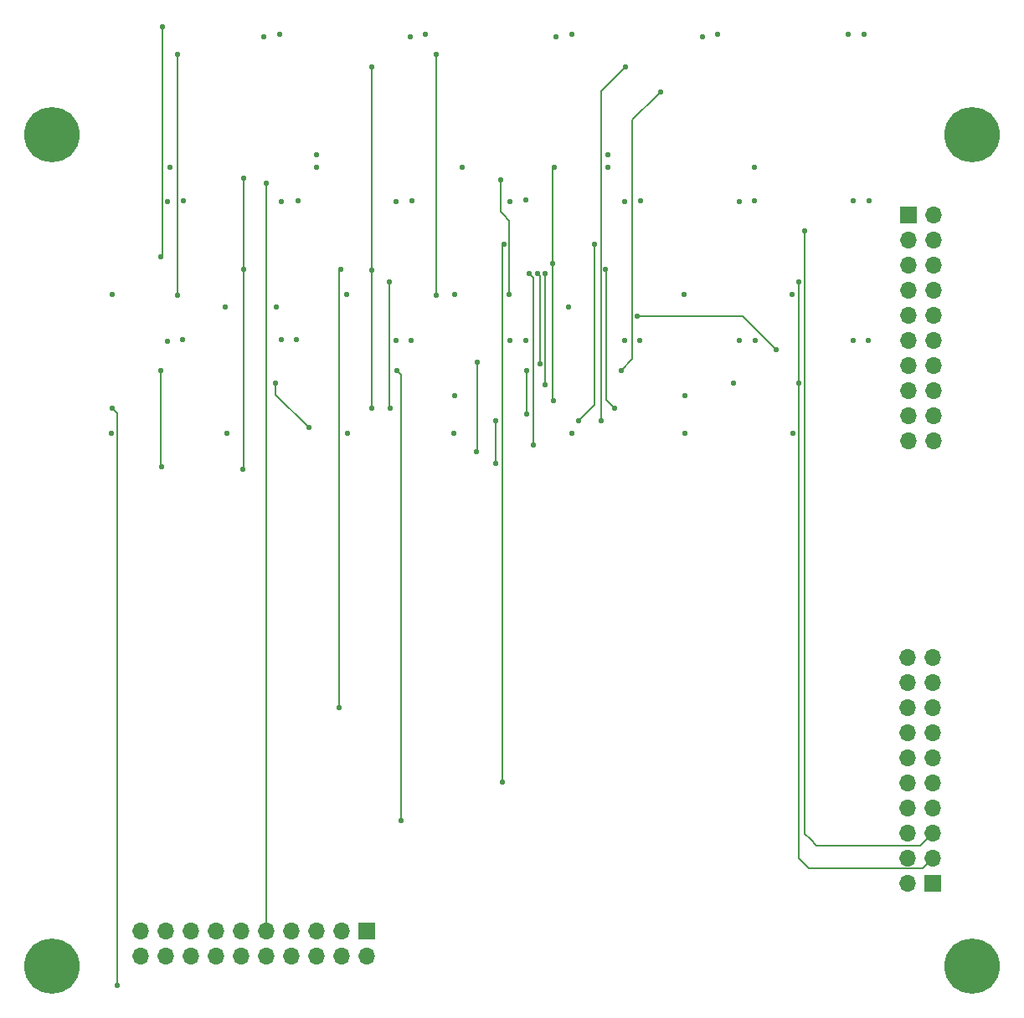
<source format=gbr>
G04 #@! TF.GenerationSoftware,KiCad,Pcbnew,(6.0.5)*
G04 #@! TF.CreationDate,2022-09-14T22:51:16+02:00*
G04 #@! TF.ProjectId,B3,42332e6b-6963-4616-945f-706362585858,rev?*
G04 #@! TF.SameCoordinates,Original*
G04 #@! TF.FileFunction,Copper,L4,Bot*
G04 #@! TF.FilePolarity,Positive*
%FSLAX46Y46*%
G04 Gerber Fmt 4.6, Leading zero omitted, Abs format (unit mm)*
G04 Created by KiCad (PCBNEW (6.0.5)) date 2022-09-14 22:51:16*
%MOMM*%
%LPD*%
G01*
G04 APERTURE LIST*
G04 #@! TA.AperFunction,ComponentPad*
%ADD10R,1.700000X1.700000*%
G04 #@! TD*
G04 #@! TA.AperFunction,ComponentPad*
%ADD11O,1.700000X1.700000*%
G04 #@! TD*
G04 #@! TA.AperFunction,ComponentPad*
%ADD12C,5.600000*%
G04 #@! TD*
G04 #@! TA.AperFunction,ViaPad*
%ADD13C,0.560000*%
G04 #@! TD*
G04 #@! TA.AperFunction,Conductor*
%ADD14C,0.127000*%
G04 #@! TD*
G04 APERTURE END LIST*
D10*
X190000000Y-65000000D03*
D11*
X192540000Y-65000000D03*
X190000000Y-67540000D03*
X192540000Y-67540000D03*
X190000000Y-70080000D03*
X192540000Y-70080000D03*
X190000000Y-72620000D03*
X192540000Y-72620000D03*
X190000000Y-75160000D03*
X192540000Y-75160000D03*
X190000000Y-77700000D03*
X192540000Y-77700000D03*
X190000000Y-80240000D03*
X192540000Y-80240000D03*
X190000000Y-82780000D03*
X192540000Y-82780000D03*
X190000000Y-85320000D03*
X192540000Y-85320000D03*
X190000000Y-87860000D03*
X192540000Y-87860000D03*
D10*
X192500000Y-132660000D03*
D11*
X189960000Y-132660000D03*
X192500000Y-130120000D03*
X189960000Y-130120000D03*
X192500000Y-127580000D03*
X189960000Y-127580000D03*
X192500000Y-125040000D03*
X189960000Y-125040000D03*
X192500000Y-122500000D03*
X189960000Y-122500000D03*
X192500000Y-119960000D03*
X189960000Y-119960000D03*
X192500000Y-117420000D03*
X189960000Y-117420000D03*
X192500000Y-114880000D03*
X189960000Y-114880000D03*
X192500000Y-112340000D03*
X189960000Y-112340000D03*
X192500000Y-109800000D03*
X189960000Y-109800000D03*
D12*
X103406802Y-56930538D03*
D10*
X135200000Y-137500000D03*
D11*
X135200000Y-140040000D03*
X132660000Y-137500000D03*
X132660000Y-140040000D03*
X130120000Y-137500000D03*
X130120000Y-140040000D03*
X127580000Y-137500000D03*
X127580000Y-140040000D03*
X125040000Y-137500000D03*
X125040000Y-140040000D03*
X122500000Y-137500000D03*
X122500000Y-140040000D03*
X119960000Y-137500000D03*
X119960000Y-140040000D03*
X117420000Y-137500000D03*
X117420000Y-140040000D03*
X114880000Y-137500000D03*
X114880000Y-140040000D03*
X112340000Y-137500000D03*
X112340000Y-140040000D03*
D12*
X103406802Y-141055538D03*
X196406802Y-56930538D03*
X196406802Y-141055538D03*
D13*
X162570000Y-75270000D03*
X160971000Y-80760000D03*
X109990000Y-143010000D03*
X109475000Y-84570000D03*
X178891666Y-71768334D03*
X178891666Y-82038334D03*
X179530000Y-66680000D03*
X138670000Y-126360000D03*
X138270000Y-80760000D03*
X148900000Y-122470000D03*
X149080000Y-68000000D03*
X132450000Y-114910000D03*
X132601666Y-70560000D03*
X167399995Y-83300000D03*
X115040000Y-77840000D03*
X115090000Y-63677500D03*
X161300000Y-63687500D03*
X184450000Y-77697500D03*
X126088333Y-74355000D03*
X130130000Y-58920000D03*
X139590000Y-46967500D03*
X183890000Y-46700000D03*
X149720000Y-63667500D03*
X169140000Y-46957500D03*
X144083000Y-83300000D03*
X149720000Y-77697500D03*
X154350000Y-46967500D03*
X184430000Y-63617500D03*
X138220000Y-63697500D03*
X172865000Y-77700000D03*
X172870000Y-63637500D03*
X161305000Y-77700000D03*
X124800000Y-46957500D03*
X126550000Y-77637500D03*
X138160000Y-77697500D03*
X159640000Y-58910000D03*
X126610000Y-63677500D03*
X155960000Y-46770000D03*
X186000000Y-63570000D03*
X159640000Y-60180000D03*
X128260000Y-63590000D03*
X185950000Y-77710000D03*
X144070000Y-87120000D03*
X130120000Y-60200000D03*
X170720000Y-46730000D03*
X109450000Y-73110000D03*
X156000000Y-87110000D03*
X155640000Y-74360000D03*
X144900000Y-60200000D03*
X178220000Y-73040000D03*
X139770000Y-63550000D03*
X174450000Y-63570000D03*
X167400000Y-87110000D03*
X185490000Y-46710000D03*
X174480000Y-77710000D03*
X120920000Y-74350000D03*
X172350000Y-82030000D03*
X133300000Y-87110000D03*
X141160000Y-46750000D03*
X128140000Y-77680000D03*
X167330000Y-73040000D03*
X116560000Y-77680000D03*
X174440000Y-60200000D03*
X178340000Y-87110000D03*
X151320000Y-77710000D03*
X121050000Y-87120000D03*
X162900000Y-63570000D03*
X126380000Y-46770000D03*
X144130000Y-73090000D03*
X151290000Y-63540000D03*
X162840000Y-77760000D03*
X139700000Y-77710000D03*
X115350000Y-60195000D03*
X116710000Y-63590000D03*
X133220000Y-73080000D03*
X109430000Y-87140000D03*
X125039989Y-61790011D03*
X154200000Y-60195000D03*
X154060000Y-69930000D03*
X154070000Y-83810000D03*
X137551666Y-71830000D03*
X137594998Y-84570000D03*
X122800000Y-61320000D03*
X122720000Y-90783520D03*
X122800000Y-70570000D03*
X176590000Y-78630000D03*
X158920000Y-85830000D03*
X161390000Y-50060000D03*
X114425000Y-80760000D03*
X148250000Y-85840000D03*
X148260000Y-90140000D03*
X114520000Y-90510000D03*
X164930000Y-52590000D03*
X142240000Y-48768000D03*
X142240000Y-73152000D03*
X114554000Y-45974000D03*
X114425000Y-69290000D03*
X135760000Y-50050000D03*
X135750000Y-84550000D03*
X135750000Y-70590000D03*
X151420000Y-85160000D03*
X151420000Y-80790000D03*
X158230000Y-67960000D03*
X156670000Y-85840000D03*
X126009999Y-82030000D03*
X129360000Y-86550000D03*
X146360000Y-79940000D03*
X146290000Y-88960000D03*
X116090000Y-48760000D03*
X116120000Y-73130000D03*
X153250000Y-70920000D03*
X153260000Y-82230000D03*
X151670000Y-70940000D03*
X152090000Y-88350000D03*
X152710000Y-80140000D03*
X152480000Y-70920000D03*
X159390000Y-70560000D03*
X160300000Y-84570000D03*
X148730000Y-61450000D03*
X149620000Y-73070000D03*
D14*
X162570000Y-75270000D02*
X173230000Y-75270000D01*
X173230000Y-75270000D02*
X176590000Y-78630000D01*
X162100000Y-79631000D02*
X160971000Y-80760000D01*
X164575000Y-52945000D02*
X164930000Y-52590000D01*
X164575000Y-52945000D02*
X162100000Y-55420000D01*
X162100000Y-55420000D02*
X162100000Y-79631000D01*
X109990000Y-143010000D02*
X109990000Y-85085000D01*
X109990000Y-85085000D02*
X109475000Y-84570000D01*
X178891666Y-82038334D02*
X178891666Y-71768334D01*
X191459989Y-131160011D02*
X179940011Y-131160011D01*
X192500000Y-130120000D02*
X191459989Y-131160011D01*
X179940011Y-131160011D02*
X178891666Y-130111666D01*
X178891666Y-130111666D02*
X178891666Y-82038334D01*
X190630000Y-128850000D02*
X180710000Y-128850000D01*
X179540000Y-66730000D02*
X179500000Y-66690000D01*
X180085000Y-128225000D02*
X179530000Y-127670000D01*
X180710000Y-128850000D02*
X180085000Y-128225000D01*
X179530000Y-127670000D02*
X179530000Y-66740000D01*
X192500000Y-127580000D02*
X191230000Y-128850000D01*
X179530000Y-66740000D02*
X179540000Y-66730000D01*
X191230000Y-128850000D02*
X190630000Y-128850000D01*
X138670000Y-126360000D02*
X138670000Y-81160000D01*
X138670000Y-81160000D02*
X138270000Y-80760000D01*
X148900000Y-122470000D02*
X148900000Y-68265000D01*
X148900000Y-68265000D02*
X149085000Y-68080000D01*
X132450000Y-70711666D02*
X132601666Y-70560000D01*
X132450000Y-114910000D02*
X132450000Y-70711666D01*
X125040000Y-137500000D02*
X125040000Y-62720000D01*
X125040000Y-62720000D02*
X125040000Y-61790022D01*
X125040000Y-61790022D02*
X125039989Y-61790011D01*
X154060000Y-67450000D02*
X154060000Y-69930000D01*
X154060000Y-69930000D02*
X154060000Y-83800000D01*
X154060000Y-60335000D02*
X154200000Y-60195000D01*
X154060000Y-67450000D02*
X154060000Y-60335000D01*
X154060000Y-83800000D02*
X154070000Y-83810000D01*
X137551666Y-84526668D02*
X137594998Y-84570000D01*
X137551666Y-71830000D02*
X137551666Y-84526668D01*
X122800000Y-70570000D02*
X122800000Y-90730000D01*
X122800000Y-70570000D02*
X122800000Y-61800000D01*
X122800000Y-61800000D02*
X122800000Y-61320000D01*
X158920000Y-52530000D02*
X158920000Y-85830000D01*
X161390000Y-50060000D02*
X158920000Y-52530000D01*
X148250000Y-85840000D02*
X148250000Y-90130000D01*
X114425000Y-80760000D02*
X114425000Y-90415000D01*
X148250000Y-90130000D02*
X148260000Y-90140000D01*
X114425000Y-90415000D02*
X114520000Y-90510000D01*
X142240000Y-73152000D02*
X142240000Y-48768000D01*
X114554000Y-45974000D02*
X114554000Y-69161000D01*
X114554000Y-69161000D02*
X114425000Y-69290000D01*
X135750000Y-50060000D02*
X135760000Y-50050000D01*
X135750000Y-84550000D02*
X135750000Y-70590000D01*
X135750000Y-70590000D02*
X135750000Y-50060000D01*
X151420000Y-85160000D02*
X151420000Y-80790000D01*
X156670000Y-85840000D02*
X158230000Y-84280000D01*
X158230000Y-84280000D02*
X158230000Y-84030000D01*
X158230000Y-84030000D02*
X158230000Y-67960000D01*
X126009999Y-83199999D02*
X126009999Y-82030000D01*
X129360000Y-86550000D02*
X126009999Y-83199999D01*
X146290000Y-88960000D02*
X146360000Y-88890000D01*
X146360000Y-88890000D02*
X146360000Y-79940000D01*
X116120000Y-48830000D02*
X116120000Y-73130000D01*
X116055000Y-48765000D02*
X116120000Y-48830000D01*
X116090000Y-48760000D02*
X116055000Y-48765000D01*
X153250000Y-80760000D02*
X153250000Y-82220000D01*
X153250000Y-80760000D02*
X153250000Y-70920000D01*
X153250000Y-82220000D02*
X153260000Y-82230000D01*
X152090000Y-88350000D02*
X152090000Y-71360000D01*
X152090000Y-71360000D02*
X151670000Y-70940000D01*
X152710000Y-71150000D02*
X152480000Y-70920000D01*
X152710000Y-80140000D02*
X152710000Y-71150000D01*
X159430000Y-70600000D02*
X159390000Y-70560000D01*
X159450000Y-83720000D02*
X159430000Y-83720000D01*
X159430000Y-83720000D02*
X159430000Y-70600000D01*
X160300000Y-84570000D02*
X159450000Y-83720000D01*
X149620000Y-73070000D02*
X149620000Y-65600000D01*
X148730000Y-64710000D02*
X148730000Y-61450000D01*
X149620000Y-65600000D02*
X148990000Y-64970000D01*
X148990000Y-64970000D02*
X148730000Y-64710000D01*
M02*

</source>
